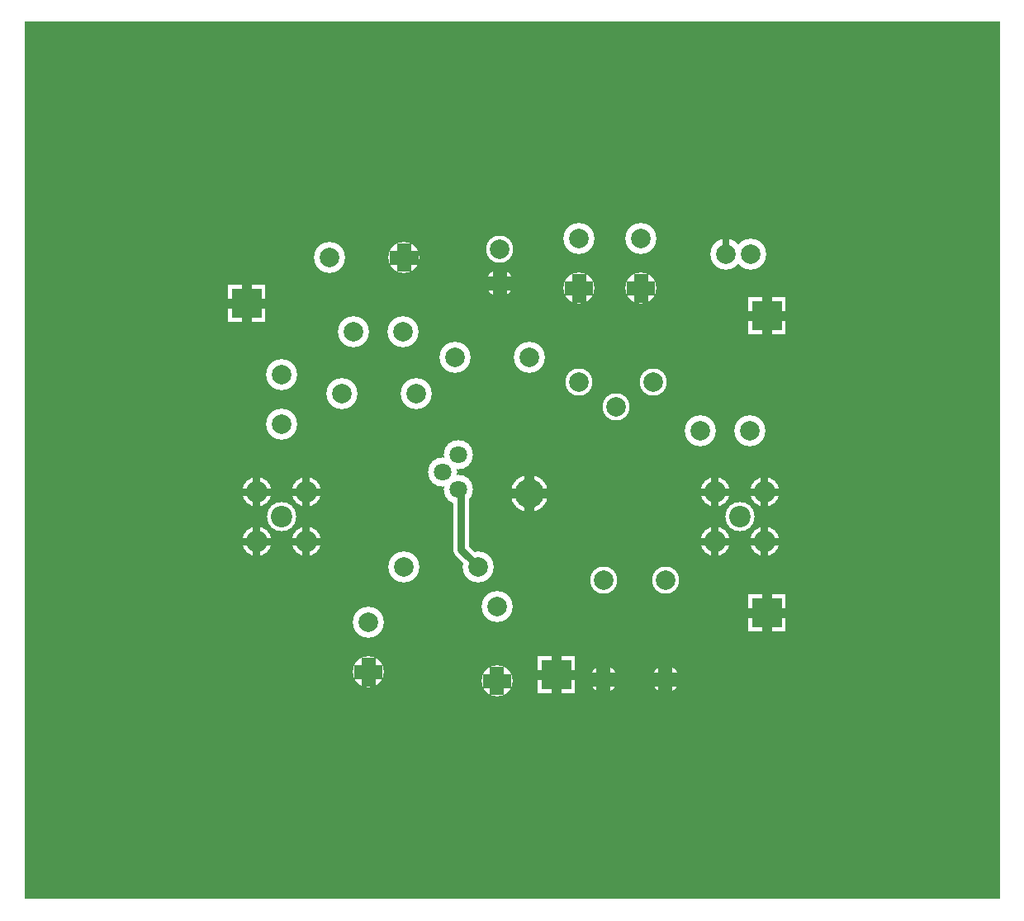
<source format=gbr>
%FSLAX34Y34*%
%MOMM*%
%LNCOPPER_TOP*%
G71*
G01*
%ADD10C,3.200*%
%ADD11C,3.000*%
%ADD12C,3.000*%
%ADD13C,3.800*%
%ADD14C,2.800*%
%ADD15C,1.600*%
%ADD16C,2.800*%
%ADD17C,3.200*%
%ADD18C,0.667*%
%ADD19C,0.813*%
%ADD20C,0.733*%
%ADD21C,1.000*%
%ADD22C,1.453*%
%ADD23C,1.467*%
%ADD24C,2.230*%
%ADD25C,2.000*%
%ADD26C,1.800*%
%ADD27C,2.200*%
%ADD28C,3.000*%
%ADD29C,0.800*%
%ADD30C,2.000*%
%LPD*%
G36*
X-609600Y330200D02*
X390400Y330200D01*
X390400Y-569800D01*
X-609600Y-569800D01*
X-609600Y330200D01*
G37*
%LPC*%
X-220234Y88289D02*
G54D10*
D03*
X-296484Y88339D02*
G54D10*
D03*
X-345764Y-32025D02*
G54D10*
D03*
X-345652Y-83006D02*
G54D10*
D03*
X134397Y-89531D02*
G54D10*
D03*
X83416Y-89643D02*
G54D10*
D03*
X109675Y91475D02*
G54D10*
D03*
X135175Y91475D02*
G54D10*
D03*
X-165100Y-114300D02*
G54D11*
D03*
X-181000Y-131875D02*
G54D11*
D03*
X-165065Y-149491D02*
G54D11*
D03*
X-371500Y-152300D02*
G54D12*
D03*
X-320700Y-152300D02*
G54D12*
D03*
X-346100Y-177700D02*
G54D12*
D03*
X-320700Y-203100D02*
G54D12*
D03*
X-371500Y-203100D02*
G54D12*
D03*
X98400Y-152300D02*
G54D12*
D03*
X149200Y-152300D02*
G54D12*
D03*
X123800Y-177700D02*
G54D12*
D03*
X149200Y-203100D02*
G54D12*
D03*
X98400Y-203100D02*
G54D12*
D03*
X-92100Y-153900D02*
G54D13*
D03*
X-221203Y12069D02*
G54D10*
D03*
X-272184Y11957D02*
G54D10*
D03*
X-207534Y-51411D02*
G54D10*
D03*
X-283784Y-51361D02*
G54D10*
D03*
X-144034Y-229211D02*
G54D10*
D03*
X-220284Y-229161D02*
G54D10*
D03*
X-256864Y-286025D02*
G54D10*
D03*
X-256752Y-337006D02*
G54D10*
D03*
X-125072Y-346126D02*
G54D10*
D03*
X-125021Y-269876D02*
G54D10*
D03*
X22536Y107675D02*
G54D10*
D03*
X22648Y56694D02*
G54D10*
D03*
X-40964Y107675D02*
G54D10*
D03*
X-40852Y56694D02*
G54D10*
D03*
X-41300Y-39600D02*
G54D14*
D03*
X34900Y-39600D02*
G54D14*
D03*
X-3200Y-65000D02*
G54D14*
D03*
X-122194Y61906D02*
G54D14*
D03*
X-122194Y97006D02*
G54D14*
D03*
X-15900Y-242800D02*
G54D14*
D03*
X47600Y-242800D02*
G54D14*
D03*
X47600Y-344400D02*
G54D14*
D03*
X-15900Y-344400D02*
G54D14*
D03*
X-92050Y-14250D02*
G54D10*
D03*
X-168300Y-14200D02*
G54D10*
D03*
G54D15*
X-144034Y-229211D02*
X-142900Y-230100D01*
X-161950Y-211050D01*
X-161950Y-147550D01*
X-165065Y-149491D01*
X-220234Y88289D02*
G54D16*
D03*
X-256752Y-337006D02*
G54D16*
D03*
X-125072Y-346126D02*
G54D16*
D03*
X-122194Y61906D02*
G54D16*
D03*
X-40852Y56694D02*
G54D16*
D03*
X22648Y56694D02*
G54D16*
D03*
X-15900Y-344400D02*
G54D16*
D03*
X47600Y-344400D02*
G54D16*
D03*
G36*
X-400627Y60198D02*
X-362627Y60198D01*
X-362627Y22198D01*
X-400627Y22198D01*
X-400627Y60198D01*
G37*
G36*
X132773Y47498D02*
X170773Y47498D01*
X170773Y9498D01*
X132773Y9498D01*
X132773Y47498D01*
G37*
G36*
X-83127Y-320802D02*
X-45127Y-320802D01*
X-45127Y-358802D01*
X-83127Y-358802D01*
X-83127Y-320802D01*
G37*
G36*
X132773Y-257302D02*
X170773Y-257302D01*
X170773Y-295302D01*
X132773Y-295302D01*
X132773Y-257302D01*
G37*
X-381000Y101600D02*
G54D17*
D03*
X171450Y101600D02*
G54D17*
D03*
X-381000Y-342900D02*
G54D17*
D03*
X165100Y-349250D02*
G54D17*
D03*
%LPD*%
G54D18*
G36*
X106342Y91475D02*
X106342Y107975D01*
X113008Y107975D01*
X113008Y91475D01*
X106342Y91475D01*
G37*
G54D19*
G54D20*
G36*
X-375167Y-152300D02*
X-375167Y-136800D01*
X-367833Y-136800D01*
X-367833Y-152300D01*
X-375167Y-152300D01*
G37*
G36*
X-371500Y-148633D02*
X-356000Y-148633D01*
X-356000Y-155967D01*
X-371500Y-155967D01*
X-371500Y-148633D01*
G37*
G36*
X-367833Y-152300D02*
X-367833Y-167800D01*
X-375167Y-167800D01*
X-375167Y-152300D01*
X-367833Y-152300D01*
G37*
G36*
X-371500Y-155967D02*
X-387000Y-155967D01*
X-387000Y-148633D01*
X-371500Y-148633D01*
X-371500Y-155967D01*
G37*
G54D20*
G36*
X-324367Y-152300D02*
X-324367Y-136800D01*
X-317033Y-136800D01*
X-317033Y-152300D01*
X-324367Y-152300D01*
G37*
G36*
X-320700Y-148633D02*
X-305200Y-148633D01*
X-305200Y-155967D01*
X-320700Y-155967D01*
X-320700Y-148633D01*
G37*
G36*
X-317033Y-152300D02*
X-317033Y-167800D01*
X-324367Y-167800D01*
X-324367Y-152300D01*
X-317033Y-152300D01*
G37*
G36*
X-320700Y-155967D02*
X-336200Y-155967D01*
X-336200Y-148633D01*
X-320700Y-148633D01*
X-320700Y-155967D01*
G37*
G54D20*
G36*
X-324367Y-203100D02*
X-324367Y-187600D01*
X-317033Y-187600D01*
X-317033Y-203100D01*
X-324367Y-203100D01*
G37*
G36*
X-320700Y-199433D02*
X-305200Y-199433D01*
X-305200Y-206767D01*
X-320700Y-206767D01*
X-320700Y-199433D01*
G37*
G36*
X-317033Y-203100D02*
X-317033Y-218600D01*
X-324367Y-218600D01*
X-324367Y-203100D01*
X-317033Y-203100D01*
G37*
G36*
X-320700Y-206767D02*
X-336200Y-206767D01*
X-336200Y-199433D01*
X-320700Y-199433D01*
X-320700Y-206767D01*
G37*
G54D20*
G36*
X-375167Y-203100D02*
X-375167Y-187600D01*
X-367833Y-187600D01*
X-367833Y-203100D01*
X-375167Y-203100D01*
G37*
G36*
X-371500Y-199433D02*
X-356000Y-199433D01*
X-356000Y-206767D01*
X-371500Y-206767D01*
X-371500Y-199433D01*
G37*
G36*
X-367833Y-203100D02*
X-367833Y-218600D01*
X-375167Y-218600D01*
X-375167Y-203100D01*
X-367833Y-203100D01*
G37*
G36*
X-371500Y-206767D02*
X-387000Y-206767D01*
X-387000Y-199433D01*
X-371500Y-199433D01*
X-371500Y-206767D01*
G37*
G54D20*
G36*
X94733Y-152300D02*
X94733Y-136800D01*
X102067Y-136800D01*
X102067Y-152300D01*
X94733Y-152300D01*
G37*
G36*
X98400Y-148633D02*
X113900Y-148633D01*
X113900Y-155967D01*
X98400Y-155967D01*
X98400Y-148633D01*
G37*
G36*
X102067Y-152300D02*
X102067Y-167800D01*
X94733Y-167800D01*
X94733Y-152300D01*
X102067Y-152300D01*
G37*
G36*
X98400Y-155967D02*
X82900Y-155967D01*
X82900Y-148633D01*
X98400Y-148633D01*
X98400Y-155967D01*
G37*
G54D20*
G36*
X145533Y-152300D02*
X145533Y-136800D01*
X152867Y-136800D01*
X152867Y-152300D01*
X145533Y-152300D01*
G37*
G36*
X149200Y-148633D02*
X164700Y-148633D01*
X164700Y-155967D01*
X149200Y-155967D01*
X149200Y-148633D01*
G37*
G36*
X152867Y-152300D02*
X152867Y-167800D01*
X145533Y-167800D01*
X145533Y-152300D01*
X152867Y-152300D01*
G37*
G36*
X149200Y-155967D02*
X133700Y-155967D01*
X133700Y-148633D01*
X149200Y-148633D01*
X149200Y-155967D01*
G37*
G54D20*
G36*
X145533Y-203100D02*
X145533Y-187600D01*
X152867Y-187600D01*
X152867Y-203100D01*
X145533Y-203100D01*
G37*
G36*
X149200Y-199433D02*
X164700Y-199433D01*
X164700Y-206767D01*
X149200Y-206767D01*
X149200Y-199433D01*
G37*
G36*
X152867Y-203100D02*
X152867Y-218600D01*
X145533Y-218600D01*
X145533Y-203100D01*
X152867Y-203100D01*
G37*
G36*
X149200Y-206767D02*
X133700Y-206767D01*
X133700Y-199433D01*
X149200Y-199433D01*
X149200Y-206767D01*
G37*
G54D20*
G36*
X94733Y-203100D02*
X94733Y-187600D01*
X102067Y-187600D01*
X102067Y-203100D01*
X94733Y-203100D01*
G37*
G36*
X98400Y-199433D02*
X113900Y-199433D01*
X113900Y-206767D01*
X98400Y-206767D01*
X98400Y-199433D01*
G37*
G36*
X102067Y-203100D02*
X102067Y-218600D01*
X94733Y-218600D01*
X94733Y-203100D01*
X102067Y-203100D01*
G37*
G36*
X98400Y-206767D02*
X82900Y-206767D01*
X82900Y-199433D01*
X98400Y-199433D01*
X98400Y-206767D01*
G37*
G54D21*
G36*
X-97100Y-153900D02*
X-97100Y-134400D01*
X-87100Y-134400D01*
X-87100Y-153900D01*
X-97100Y-153900D01*
G37*
G36*
X-92100Y-148900D02*
X-72600Y-148900D01*
X-72600Y-158900D01*
X-92100Y-158900D01*
X-92100Y-148900D01*
G37*
G36*
X-87100Y-153900D02*
X-87100Y-173400D01*
X-97100Y-173400D01*
X-97100Y-153900D01*
X-87100Y-153900D01*
G37*
G36*
X-92100Y-158900D02*
X-111600Y-158900D01*
X-111600Y-148900D01*
X-92100Y-148900D01*
X-92100Y-158900D01*
G37*
G54D22*
G36*
X-227501Y88289D02*
X-227501Y102789D01*
X-212967Y102789D01*
X-212967Y88289D01*
X-227501Y88289D01*
G37*
G36*
X-220234Y95556D02*
X-205734Y95556D01*
X-205734Y81022D01*
X-220234Y81022D01*
X-220234Y95556D01*
G37*
G36*
X-212967Y88289D02*
X-212967Y73789D01*
X-227501Y73789D01*
X-227501Y88289D01*
X-212967Y88289D01*
G37*
G36*
X-220234Y81022D02*
X-234734Y81022D01*
X-234734Y95556D01*
X-220234Y95556D01*
X-220234Y81022D01*
G37*
G54D23*
G36*
X-264085Y-337006D02*
X-264085Y-322506D01*
X-249419Y-322506D01*
X-249419Y-337006D01*
X-264085Y-337006D01*
G37*
G36*
X-256752Y-329673D02*
X-242252Y-329673D01*
X-242252Y-344339D01*
X-256752Y-344339D01*
X-256752Y-329673D01*
G37*
G36*
X-249419Y-337006D02*
X-249419Y-351506D01*
X-264085Y-351506D01*
X-264085Y-337006D01*
X-249419Y-337006D01*
G37*
G36*
X-256752Y-344339D02*
X-271252Y-344339D01*
X-271252Y-329673D01*
X-256752Y-329673D01*
X-256752Y-344339D01*
G37*
G54D23*
G36*
X-132405Y-346126D02*
X-132405Y-331626D01*
X-117738Y-331626D01*
X-117738Y-346126D01*
X-132405Y-346126D01*
G37*
G36*
X-125072Y-338793D02*
X-110572Y-338793D01*
X-110572Y-353459D01*
X-125072Y-353459D01*
X-125072Y-338793D01*
G37*
G36*
X-117738Y-346126D02*
X-117738Y-360626D01*
X-132405Y-360626D01*
X-132405Y-346126D01*
X-117738Y-346126D01*
G37*
G36*
X-125072Y-353459D02*
X-139572Y-353459D01*
X-139572Y-338793D01*
X-125072Y-338793D01*
X-125072Y-353459D01*
G37*
G54D23*
G36*
X-129527Y61906D02*
X-129527Y76406D01*
X-114861Y76406D01*
X-114861Y61906D01*
X-129527Y61906D01*
G37*
G36*
X-122194Y69239D02*
X-107694Y69239D01*
X-107694Y54573D01*
X-122194Y54573D01*
X-122194Y69239D01*
G37*
G36*
X-114861Y61906D02*
X-114861Y47406D01*
X-129527Y47406D01*
X-129527Y61906D01*
X-114861Y61906D01*
G37*
G36*
X-122194Y54573D02*
X-136694Y54573D01*
X-136694Y69239D01*
X-122194Y69239D01*
X-122194Y54573D01*
G37*
G54D23*
G36*
X-48185Y56694D02*
X-48185Y71194D01*
X-33519Y71194D01*
X-33519Y56694D01*
X-48185Y56694D01*
G37*
G36*
X-40852Y64027D02*
X-26352Y64027D01*
X-26352Y49361D01*
X-40852Y49361D01*
X-40852Y64027D01*
G37*
G36*
X-33519Y56694D02*
X-33519Y42194D01*
X-48185Y42194D01*
X-48185Y56694D01*
X-33519Y56694D01*
G37*
G36*
X-40852Y49361D02*
X-55352Y49361D01*
X-55352Y64027D01*
X-40852Y64027D01*
X-40852Y49361D01*
G37*
G54D23*
G36*
X15315Y56694D02*
X15315Y71194D01*
X29981Y71194D01*
X29981Y56694D01*
X15315Y56694D01*
G37*
G36*
X22648Y64027D02*
X37148Y64027D01*
X37148Y49361D01*
X22648Y49361D01*
X22648Y64027D01*
G37*
G36*
X29981Y56694D02*
X29981Y42194D01*
X15315Y42194D01*
X15315Y56694D01*
X29981Y56694D01*
G37*
G36*
X22648Y49361D02*
X8148Y49361D01*
X8148Y64027D01*
X22648Y64027D01*
X22648Y49361D01*
G37*
G54D23*
G36*
X-23233Y-344400D02*
X-23233Y-329900D01*
X-8567Y-329900D01*
X-8567Y-344400D01*
X-23233Y-344400D01*
G37*
G36*
X-15900Y-337067D02*
X-1400Y-337067D01*
X-1400Y-351733D01*
X-15900Y-351733D01*
X-15900Y-337067D01*
G37*
G36*
X-8567Y-344400D02*
X-8567Y-358900D01*
X-23233Y-358900D01*
X-23233Y-344400D01*
X-8567Y-344400D01*
G37*
G36*
X-15900Y-351733D02*
X-30400Y-351733D01*
X-30400Y-337067D01*
X-15900Y-337067D01*
X-15900Y-351733D01*
G37*
G54D23*
G36*
X40267Y-344400D02*
X40267Y-329900D01*
X54933Y-329900D01*
X54933Y-344400D01*
X40267Y-344400D01*
G37*
G36*
X47600Y-337067D02*
X62100Y-337067D01*
X62100Y-351733D01*
X47600Y-351733D01*
X47600Y-337067D01*
G37*
G36*
X54933Y-344400D02*
X54933Y-358900D01*
X40267Y-358900D01*
X40267Y-344400D01*
X54933Y-344400D01*
G37*
G36*
X47600Y-351733D02*
X33100Y-351733D01*
X33100Y-337067D01*
X47600Y-337067D01*
X47600Y-351733D01*
G37*
G54D21*
G36*
X-386627Y41198D02*
X-386627Y60698D01*
X-376627Y60698D01*
X-376627Y41198D01*
X-386627Y41198D01*
G37*
G36*
X-381627Y46198D02*
X-362127Y46198D01*
X-362127Y36198D01*
X-381627Y36198D01*
X-381627Y46198D01*
G37*
G36*
X-376627Y41198D02*
X-376627Y21698D01*
X-386627Y21698D01*
X-386627Y41198D01*
X-376627Y41198D01*
G37*
G36*
X-381627Y36198D02*
X-401127Y36198D01*
X-401127Y46198D01*
X-381627Y46198D01*
X-381627Y36198D01*
G37*
G54D21*
G36*
X146773Y28498D02*
X146773Y47998D01*
X156773Y47998D01*
X156773Y28498D01*
X146773Y28498D01*
G37*
G36*
X151773Y33498D02*
X171273Y33498D01*
X171273Y23498D01*
X151773Y23498D01*
X151773Y33498D01*
G37*
G36*
X156773Y28498D02*
X156773Y8998D01*
X146773Y8998D01*
X146773Y28498D01*
X156773Y28498D01*
G37*
G36*
X151773Y23498D02*
X132273Y23498D01*
X132273Y33498D01*
X151773Y33498D01*
X151773Y23498D01*
G37*
G54D21*
G36*
X-69127Y-339802D02*
X-69127Y-320302D01*
X-59127Y-320302D01*
X-59127Y-339802D01*
X-69127Y-339802D01*
G37*
G36*
X-64127Y-334802D02*
X-44627Y-334802D01*
X-44627Y-344802D01*
X-64127Y-344802D01*
X-64127Y-334802D01*
G37*
G36*
X-59127Y-339802D02*
X-59127Y-359302D01*
X-69127Y-359302D01*
X-69127Y-339802D01*
X-59127Y-339802D01*
G37*
G36*
X-64127Y-344802D02*
X-83627Y-344802D01*
X-83627Y-334802D01*
X-64127Y-334802D01*
X-64127Y-344802D01*
G37*
G54D21*
G36*
X146773Y-276302D02*
X146773Y-256802D01*
X156773Y-256802D01*
X156773Y-276302D01*
X146773Y-276302D01*
G37*
G36*
X151773Y-271302D02*
X171273Y-271302D01*
X171273Y-281302D01*
X151773Y-281302D01*
X151773Y-271302D01*
G37*
G36*
X156773Y-276302D02*
X156773Y-295802D01*
X146773Y-295802D01*
X146773Y-276302D01*
X156773Y-276302D01*
G37*
G36*
X151773Y-281302D02*
X132273Y-281302D01*
X132273Y-271302D01*
X151773Y-271302D01*
X151773Y-281302D01*
G37*
G54D24*
G36*
X-381000Y112750D02*
X-364500Y112750D01*
X-364500Y90450D01*
X-381000Y90450D01*
X-381000Y112750D01*
G37*
G36*
X-369850Y101600D02*
X-369850Y85100D01*
X-392150Y85100D01*
X-392150Y101600D01*
X-369850Y101600D01*
G37*
G36*
X-381000Y90450D02*
X-397500Y90450D01*
X-397500Y112750D01*
X-381000Y112750D01*
X-381000Y90450D01*
G37*
G36*
X-392150Y101600D02*
X-392150Y118100D01*
X-369850Y118100D01*
X-369850Y101600D01*
X-392150Y101600D01*
G37*
G54D24*
G36*
X171450Y112750D02*
X187950Y112750D01*
X187950Y90450D01*
X171450Y90450D01*
X171450Y112750D01*
G37*
G36*
X182600Y101600D02*
X182600Y85100D01*
X160300Y85100D01*
X160300Y101600D01*
X182600Y101600D01*
G37*
G36*
X171450Y90450D02*
X154950Y90450D01*
X154950Y112750D01*
X171450Y112750D01*
X171450Y90450D01*
G37*
G36*
X160300Y101600D02*
X160300Y118100D01*
X182600Y118100D01*
X182600Y101600D01*
X160300Y101600D01*
G37*
G54D24*
G36*
X-381000Y-331750D02*
X-364500Y-331750D01*
X-364500Y-354050D01*
X-381000Y-354050D01*
X-381000Y-331750D01*
G37*
G36*
X-369850Y-342900D02*
X-369850Y-359400D01*
X-392150Y-359400D01*
X-392150Y-342900D01*
X-369850Y-342900D01*
G37*
G36*
X-381000Y-354050D02*
X-397500Y-354050D01*
X-397500Y-331750D01*
X-381000Y-331750D01*
X-381000Y-354050D01*
G37*
G36*
X-392150Y-342900D02*
X-392150Y-326400D01*
X-369850Y-326400D01*
X-369850Y-342900D01*
X-392150Y-342900D01*
G37*
G54D24*
G36*
X165100Y-338100D02*
X181600Y-338100D01*
X181600Y-360400D01*
X165100Y-360400D01*
X165100Y-338100D01*
G37*
G36*
X176250Y-349250D02*
X176250Y-365750D01*
X153950Y-365750D01*
X153950Y-349250D01*
X176250Y-349250D01*
G37*
G36*
X165100Y-360400D02*
X148600Y-360400D01*
X148600Y-338100D01*
X165100Y-338100D01*
X165100Y-360400D01*
G37*
G36*
X153950Y-349250D02*
X153950Y-332750D01*
X176250Y-332750D01*
X176250Y-349250D01*
X153950Y-349250D01*
G37*
X-220234Y88289D02*
G54D25*
D03*
X-296484Y88339D02*
G54D25*
D03*
X-345764Y-32025D02*
G54D25*
D03*
X-345652Y-83006D02*
G54D25*
D03*
X134397Y-89531D02*
G54D25*
D03*
X83416Y-89643D02*
G54D25*
D03*
X109675Y91475D02*
G54D25*
D03*
X135175Y91475D02*
G54D25*
D03*
X-165100Y-114300D02*
G54D26*
D03*
X-181000Y-131875D02*
G54D26*
D03*
X-165065Y-149491D02*
G54D26*
D03*
X-371500Y-152300D02*
G54D27*
D03*
X-320700Y-152300D02*
G54D27*
D03*
X-346100Y-177700D02*
G54D27*
D03*
X-320700Y-203100D02*
G54D27*
D03*
X-371500Y-203100D02*
G54D27*
D03*
X98400Y-152300D02*
G54D27*
D03*
X149200Y-152300D02*
G54D27*
D03*
X123800Y-177700D02*
G54D27*
D03*
X149200Y-203100D02*
G54D27*
D03*
X98400Y-203100D02*
G54D27*
D03*
X-92100Y-153900D02*
G54D28*
D03*
X-221203Y12069D02*
G54D25*
D03*
X-272184Y11957D02*
G54D25*
D03*
X-207534Y-51411D02*
G54D25*
D03*
X-283784Y-51361D02*
G54D25*
D03*
X-144034Y-229211D02*
G54D25*
D03*
X-220284Y-229161D02*
G54D25*
D03*
X-256864Y-286025D02*
G54D25*
D03*
X-256752Y-337006D02*
G54D25*
D03*
X-125072Y-346126D02*
G54D25*
D03*
X-125021Y-269876D02*
G54D25*
D03*
X22536Y107675D02*
G54D25*
D03*
X22648Y56694D02*
G54D25*
D03*
X-40964Y107675D02*
G54D25*
D03*
X-40852Y56694D02*
G54D25*
D03*
X-41300Y-39600D02*
G54D25*
D03*
X34900Y-39600D02*
G54D25*
D03*
X-3200Y-65000D02*
G54D25*
D03*
X-122194Y61906D02*
G54D25*
D03*
X-122194Y97006D02*
G54D25*
D03*
X-15900Y-242800D02*
G54D25*
D03*
X47600Y-242800D02*
G54D25*
D03*
X47600Y-344400D02*
G54D25*
D03*
X-15900Y-344400D02*
G54D25*
D03*
X-92050Y-14250D02*
G54D25*
D03*
X-168300Y-14200D02*
G54D25*
D03*
G54D29*
X-144034Y-229211D02*
X-142900Y-230100D01*
X-161950Y-211050D01*
X-161950Y-147550D01*
X-165065Y-149491D01*
X-220234Y88289D02*
G54D30*
D03*
X-256752Y-337006D02*
G54D30*
D03*
X-125072Y-346126D02*
G54D30*
D03*
X-122194Y61906D02*
G54D30*
D03*
X-40852Y56694D02*
G54D30*
D03*
X22648Y56694D02*
G54D30*
D03*
X-15900Y-344400D02*
G54D30*
D03*
X47600Y-344400D02*
G54D30*
D03*
G36*
X-396627Y56198D02*
X-366627Y56198D01*
X-366627Y26198D01*
X-396627Y26198D01*
X-396627Y56198D01*
G37*
G36*
X136773Y43498D02*
X166773Y43498D01*
X166773Y13498D01*
X136773Y13498D01*
X136773Y43498D01*
G37*
G36*
X-79127Y-324802D02*
X-49127Y-324802D01*
X-49127Y-354802D01*
X-79127Y-354802D01*
X-79127Y-324802D01*
G37*
G36*
X136773Y-261302D02*
X166773Y-261302D01*
X166773Y-291302D01*
X136773Y-291302D01*
X136773Y-261302D01*
G37*
X-381000Y101600D02*
G54D28*
D03*
X171450Y101600D02*
G54D28*
D03*
X-381000Y-342900D02*
G54D28*
D03*
X165100Y-349250D02*
G54D28*
D03*
M02*

</source>
